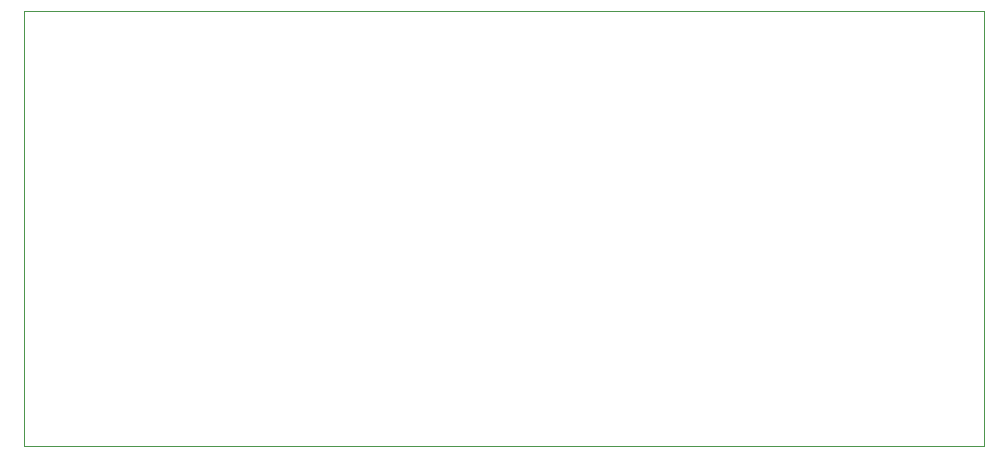
<source format=gbr>
G04 #@! TF.GenerationSoftware,KiCad,Pcbnew,5.1.5-52549c5~84~ubuntu18.04.1*
G04 #@! TF.CreationDate,2020-02-07T09:47:04+09:30*
G04 #@! TF.ProjectId,frontend,66726f6e-7465-46e6-942e-6b696361645f,rev?*
G04 #@! TF.SameCoordinates,Original*
G04 #@! TF.FileFunction,Profile,NP*
%FSLAX46Y46*%
G04 Gerber Fmt 4.6, Leading zero omitted, Abs format (unit mm)*
G04 Created by KiCad (PCBNEW 5.1.5-52549c5~84~ubuntu18.04.1) date 2020-02-07 09:47:04*
%MOMM*%
%LPD*%
G04 APERTURE LIST*
%ADD10C,0.050000*%
G04 APERTURE END LIST*
D10*
X158750000Y-144780000D02*
X240030000Y-144780000D01*
X240030000Y-107950000D02*
X158750000Y-107950000D01*
X240030000Y-144780000D02*
X240030000Y-107950000D01*
X158750000Y-107950000D02*
X158750000Y-144780000D01*
M02*

</source>
